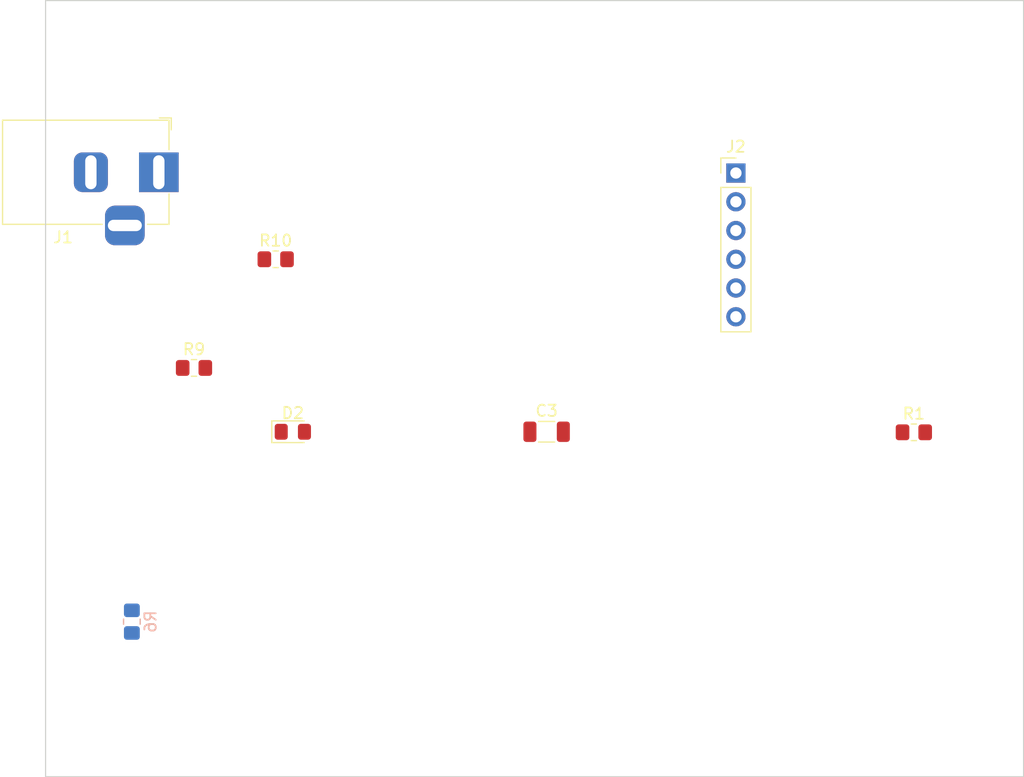
<source format=kicad_pcb>
(kicad_pcb (version 20240108) (generator "pcbnew") (generator_version "8.0")
  (layers (0 "F.Cu" signal) (1 "In1.Cu" power "GND") (2 "In2.Cu" power "PWR") (31 "B.Cu" signal) (34 "B.Paste" user) (35 "F.Paste" user) (36 "B.SilkS" user "B.Silkscreen") (37 "F.SilkS" user "F.Silkscreen") (38 "B.Mask" user) (39 "F.Mask" user) (44 "Edge.Cuts" user))
  (net 0 "")
  (net 1 "GNDREF")
  (net 2 "/R7")
  (net 3 "/T8")
  (net 4 "+3V3")
  (net 5 "/TMS")
  (net 6 "/TDI")
  (net 7 "/TCK")
  (net 8 "/TDO")
  (net 9 "/FPGA_DONE")
  (net 10 "+5V")
  (net 11 "Net-(D2-A)")
  (net 12 "/C4")
  (footprint "Capacitor_SMD:C_1206_3216Metric" (layer "F.Cu") (at 150.925 99.06)
    (property "Reference" "C3" (at 0 -1.85 0) (layer "F.SilkS"))
    (property "Value" "100n")
    (fp_line (start -0.711252 -0.91) (end 0.711252 -0.91) (stroke (width 0.12)) (layer "F.SilkS"))
    (fp_line (start -0.711252 0.91) (end 0.711252 0.91) (stroke (width 0.12)) (layer "F.SilkS"))
    (pad "1" smd roundrect (at -1.475 0) (size 1.15 1.8) (layers "F.Cu" "F.Paste" "F.Mask") (roundrect_rratio 0.217391) (net 4 "+3V3"))
    (pad "2" smd roundrect (at 1.475 0) (size 1.15 1.8) (layers "F.Cu" "F.Paste" "F.Mask") (roundrect_rratio 0.217391) (net 1 "GNDREF"))
  )
  (footprint "Connector_BarrelJack:BarrelJack_Horizontal" (layer "F.Cu") (at 116.6805 76.1315)
    (property "Reference" "J1" (at -8.45 5.75 0) (layer "F.SilkS"))
    (property "Value" "Barrel_Jack_Switch")
    (fp_line (start -13.8 -4.6) (end 0.9 -4.6) (stroke (width 0.12)) (layer "F.SilkS"))
    (fp_line (start -13.8 4.6) (end -13.8 -4.6) (stroke (width 0.12)) (layer "F.SilkS"))
    (fp_line (start -5 4.6) (end -13.8 4.6) (stroke (width 0.12)) (layer "F.SilkS"))
    (fp_line (start 0.05 -4.8) (end 1.1 -4.8) (stroke (width 0.12)) (layer "F.SilkS"))
    (fp_line (start 0.9 -4.6) (end 0.9 -2) (stroke (width 0.12)) (layer "F.SilkS"))
    (fp_line (start 0.9 1.9) (end 0.9 4.6) (stroke (width 0.12)) (layer "F.SilkS"))
    (fp_line (start 0.9 4.6) (end -1 4.6) (stroke (width 0.12)) (layer "F.SilkS"))
    (fp_line (start 1.1 -3.75) (end 1.1 -4.8) (stroke (width 0.12)) (layer "F.SilkS"))
    (pad "1" thru_hole rect (at 0 0) (size 3.5 3.5) (drill oval 1 3) (layers "*.Cu" "*.Mask") (net 10 "+5V"))
    (pad "2" thru_hole roundrect (at -6 0) (size 3 3.5) (drill oval 1 3) (layers "*.Cu" "*.Mask") (net 1 "GNDREF"))
    (pad "3" thru_hole roundrect (at -3 4.7) (size 3.5 3.5) (drill oval 3 1) (layers "*.Cu" "*.Mask") (net 1 "GNDREF"))
  )
  (footprint "Resistor_SMD:R_0805_2012Metric_Pad1.20x1.40mm_HandSolder" (layer "F.Cu") (at 119.7864 93.4212)
    (property "Reference" "R9" (at 0 -1.65 0) (layer "F.SilkS"))
    (property "Value" "4.7k")
    (fp_line (start -0.227064 -0.735) (end 0.227064 -0.735) (stroke (width 0.12)) (layer "F.SilkS"))
    (fp_line (start -0.227064 0.735) (end 0.227064 0.735) (stroke (width 0.12)) (layer "F.SilkS"))
    (pad "1" smd roundrect (at -1 0) (size 1.2 1.4) (layers "F.Cu" "F.Paste" "F.Mask") (roundrect_rratio 0.208333) (net 3 "/T8"))
    (pad "2" smd roundrect (at 1 0) (size 1.2 1.4) (layers "F.Cu" "F.Paste" "F.Mask") (roundrect_rratio 0.208333) (net 4 "+3V3"))
  )
  (footprint "Resistor_SMD:R_0805_2012Metric_Pad1.20x1.40mm_HandSolder" (layer "F.Cu") (at 183.3532 99.1108)
    (property "Reference" "R1" (at 0 -1.65 0) (layer "F.SilkS"))
    (property "Value" "4.7k")
    (fp_line (start -0.227064 -0.735) (end 0.227064 -0.735) (stroke (width 0.12)) (layer "F.SilkS"))
    (fp_line (start -0.227064 0.735) (end 0.227064 0.735) (stroke (width 0.12)) (layer "F.SilkS"))
    (pad "1" smd roundrect (at -1 0) (size 1.2 1.4) (layers "F.Cu" "F.Paste" "F.Mask") (roundrect_rratio 0.208333) (net 12 "/C4"))
    (pad "2" smd roundrect (at 1 0) (size 1.2 1.4) (layers "F.Cu" "F.Paste" "F.Mask") (roundrect_rratio 0.208333) (net 1 "GNDREF"))
  )
  (footprint "Resistor_SMD:R_0805_2012Metric_Pad1.20x1.40mm_HandSolder" (layer "F.Cu") (at 127 83.82)
    (property "Reference" "R10" (at 0 -1.65 0) (layer "F.SilkS"))
    (property "Value" "4.7k")
    (fp_line (start -0.227064 -0.735) (end 0.227064 -0.735) (stroke (width 0.12)) (layer "F.SilkS"))
    (fp_line (start -0.227064 0.735) (end 0.227064 0.735) (stroke (width 0.12)) (layer "F.SilkS"))
    (pad "1" smd roundrect (at -1 0) (size 1.2 1.4) (layers "F.Cu" "F.Paste" "F.Mask") (roundrect_rratio 0.208333) (net 2 "/R7"))
    (pad "2" smd roundrect (at 1 0) (size 1.2 1.4) (layers "F.Cu" "F.Paste" "F.Mask") (roundrect_rratio 0.208333) (net 4 "+3V3"))
  )
  (footprint "Connector_PinHeader_2.54mm:PinHeader_1x06_P2.54mm_Vertical" (layer "F.Cu") (at 167.64 76.2)
    (property "Reference" "J2" (at 0 -2.33 0) (layer "F.SilkS"))
    (property "Value" "Conn_01x06")
    (fp_line (start -1.33 -1.33) (end 0 -1.33) (stroke (width 0.12)) (layer "F.SilkS"))
    (fp_line (start -1.33 0) (end -1.33 -1.33) (stroke (width 0.12)) (layer "F.SilkS"))
    (fp_line (start -1.33 1.27) (end -1.33 14.03) (stroke (width 0.12)) (layer "F.SilkS"))
    (fp_line (start -1.33 1.27) (end 1.33 1.27) (stroke (width 0.12)) (layer "F.SilkS"))
    (fp_line (start -1.33 14.03) (end 1.33 14.03) (stroke (width 0.12)) (layer "F.SilkS"))
    (fp_line (start 1.33 1.27) (end 1.33 14.03) (stroke (width 0.12)) (layer "F.SilkS"))
    (pad "1" thru_hole rect (at 0 0) (size 1.7 1.7) (drill 1) (layers "*.Cu" "*.Mask") (net 4 "+3V3"))
    (pad "2" thru_hole oval (at 0 2.54) (size 1.7 1.7) (drill 1) (layers "*.Cu" "*.Mask") (net 1 "GNDREF"))
    (pad "3" thru_hole oval (at 0 5.08) (size 1.7 1.7) (drill 1) (layers "*.Cu" "*.Mask") (net 7 "/TCK"))
    (pad "4" thru_hole oval (at 0 7.62) (size 1.7 1.7) (drill 1) (layers "*.Cu" "*.Mask") (net 8 "/TDO"))
    (pad "5" thru_hole oval (at 0 10.16) (size 1.7 1.7) (drill 1) (layers "*.Cu" "*.Mask") (net 6 "/TDI"))
    (pad "6" thru_hole oval (at 0 12.7) (size 1.7 1.7) (drill 1) (layers "*.Cu" "*.Mask") (net 5 "/TMS"))
  )
  (footprint "LED_SMD:LED_0805_2012Metric_Pad1.15x1.40mm_HandSolder" (layer "F.Cu") (at 128.515 99.06)
    (property "Reference" "D2" (at 0 -1.65 0) (layer "F.SilkS"))
    (property "Value" "LED")
    (fp_line (start -1.86 -0.96) (end -1.86 0.96) (stroke (width 0.12)) (layer "F.SilkS"))
    (fp_line (start -1.86 0.96) (end 1 0.96) (stroke (width 0.12)) (layer "F.SilkS"))
    (fp_line (start 1 -0.96) (end -1.86 -0.96) (stroke (width 0.12)) (layer "F.SilkS"))
    (pad "1" smd roundrect (at -1.025 0) (size 1.15 1.4) (layers "F.Cu" "F.Paste" "F.Mask") (roundrect_rratio 0.217391) (net 9 "/FPGA_DONE"))
    (pad "2" smd roundrect (at 1.025 0) (size 1.15 1.4) (layers "F.Cu" "F.Paste" "F.Mask") (roundrect_rratio 0.217391) (net 11 "Net-(D2-A)"))
  )
  (footprint "Resistor_SMD:R_0805_2012Metric_Pad1.20x1.40mm_HandSolder" (layer "B.Cu") (at 114.3 115.84 90)
    (property "Reference" "R6" (at 0 1.65 90) (layer "B.SilkS") (effects (justify mirror)))
    (property "Value" "4.7k")
    (fp_line (start -0.227064 -0.735) (end 0.227064 -0.735) (stroke (width 0.12)) (layer "B.SilkS"))
    (fp_line (start -0.227064 0.735) (end 0.227064 0.735) (stroke (width 0.12)) (layer "B.SilkS"))
    (pad "1" smd roundrect (at -1 0 90) (size 1.2 1.4) (layers "B.Cu" "B.Paste" "B.Mask") (roundrect_rratio 0.208333) (net 1 "GNDREF"))
    (pad "2" smd roundrect (at 1 0 90) (size 1.2 1.4) (layers "B.Cu" "B.Paste" "B.Mask") (roundrect_rratio 0.208333) (net 9 "/FPGA_DONE"))
  )
  (gr_line (start 193.04 129.54) (end 106.68 129.54) (stroke (width 0.1)) (layer "Edge.Cuts"))
  (gr_line (start 106.68 60.96) (end 193.04 60.96) (stroke (width 0.1)) (layer "Edge.Cuts"))
  (gr_line (start 193.04 60.96) (end 193.04 129.54) (stroke (width 0.1)) (layer "Edge.Cuts"))
  (gr_line (start 106.68 129.54) (end 106.68 60.96) (stroke (width 0.1)) (layer "Edge.Cuts"))
)
</source>
